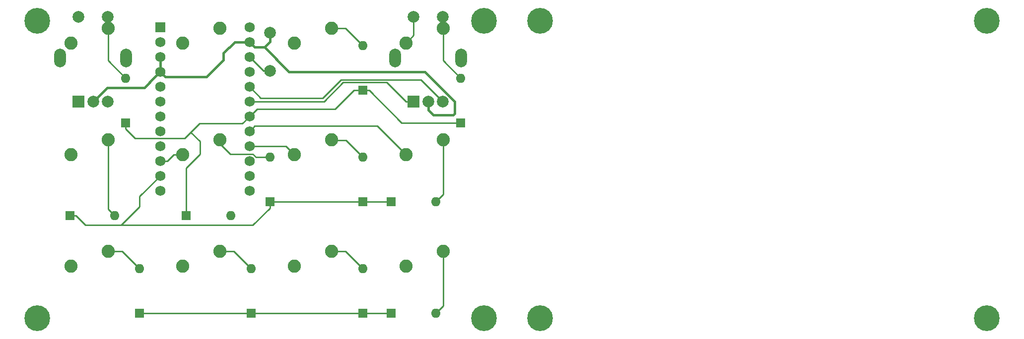
<source format=gbr>
G04 #@! TF.GenerationSoftware,KiCad,Pcbnew,(5.1.4)-1*
G04 #@! TF.CreationDate,2021-01-23T00:36:45-05:00*
G04 #@! TF.ProjectId,macropad,6d616372-6f70-4616-942e-6b696361645f,rev?*
G04 #@! TF.SameCoordinates,Original*
G04 #@! TF.FileFunction,Copper,L2,Bot*
G04 #@! TF.FilePolarity,Positive*
%FSLAX46Y46*%
G04 Gerber Fmt 4.6, Leading zero omitted, Abs format (unit mm)*
G04 Created by KiCad (PCBNEW (5.1.4)-1) date 2021-01-23 00:36:45*
%MOMM*%
%LPD*%
G04 APERTURE LIST*
%ADD10R,2.000000X2.000000*%
%ADD11C,2.000000*%
%ADD12O,2.000000X3.200000*%
%ADD13C,2.250000*%
%ADD14C,4.400000*%
%ADD15R,1.752600X1.752600*%
%ADD16C,1.752600*%
%ADD17O,1.600000X1.600000*%
%ADD18R,1.600000X1.600000*%
%ADD19C,0.254000*%
%ADD20C,0.250000*%
%ADD21C,0.381000*%
G04 APERTURE END LIST*
D10*
X172918750Y-71000000D03*
D11*
X175418750Y-71000000D03*
X177918750Y-71000000D03*
D12*
X169818750Y-63500000D03*
X181018750Y-63500000D03*
D11*
X172918750Y-56500000D03*
X177918750Y-56500000D03*
D10*
X115768750Y-71000000D03*
D11*
X118268750Y-71000000D03*
X120768750Y-71000000D03*
D12*
X112668750Y-63500000D03*
X123868750Y-63500000D03*
D11*
X115768750Y-56500000D03*
X120768750Y-56500000D03*
D13*
X177958750Y-96520000D03*
X171608750Y-99060000D03*
X177958750Y-77470000D03*
X171608750Y-80010000D03*
X177958750Y-58420000D03*
X171608750Y-60960000D03*
X158908750Y-96520000D03*
X152558750Y-99060000D03*
X158908750Y-77470000D03*
X152558750Y-80010000D03*
X158908750Y-58420000D03*
X152558750Y-60960000D03*
X139858750Y-96520000D03*
X133508750Y-99060000D03*
X139858750Y-77470000D03*
X133508750Y-80010000D03*
X139858750Y-58420000D03*
X133508750Y-60960000D03*
X120808750Y-96520000D03*
X114458750Y-99060000D03*
X120808750Y-77470000D03*
X114458750Y-80010000D03*
X120808750Y-58420000D03*
X114458750Y-60960000D03*
D14*
X270668750Y-107950000D03*
X194468750Y-107950000D03*
X270668750Y-57150000D03*
X194468750Y-57150000D03*
D11*
X148463000Y-65734000D03*
X148463000Y-59234000D03*
D15*
X129698750Y-58261250D03*
D16*
X129698750Y-60801250D03*
X129698750Y-63341250D03*
X129698750Y-65881250D03*
X129698750Y-68421250D03*
X129698750Y-70961250D03*
X129698750Y-73501250D03*
X129698750Y-76041250D03*
X129698750Y-78581250D03*
X129698750Y-81121250D03*
X129698750Y-83661250D03*
X144938750Y-86201250D03*
X144938750Y-83661250D03*
X144938750Y-81121250D03*
X144938750Y-78581250D03*
X144938750Y-76041250D03*
X144938750Y-73501250D03*
X144938750Y-70961250D03*
X144938750Y-68421250D03*
X144938750Y-65881250D03*
X144938750Y-63341250D03*
X144938750Y-60801250D03*
X129698750Y-86201250D03*
X144938750Y-58261250D03*
D14*
X184943750Y-107950000D03*
X108743750Y-107950000D03*
X184943750Y-57150000D03*
X108743750Y-57150000D03*
D17*
X176688750Y-107156250D03*
D18*
X169068750Y-107156250D03*
D17*
X176688750Y-88106250D03*
D18*
X169068750Y-88106250D03*
D17*
X180975000Y-66992500D03*
D18*
X180975000Y-74612500D03*
D17*
X164306250Y-99536250D03*
D18*
X164306250Y-107156250D03*
D17*
X164306250Y-80486250D03*
D18*
X164306250Y-88106250D03*
D17*
X164306250Y-61436250D03*
D18*
X164306250Y-69056250D03*
D17*
X145256250Y-99536250D03*
D18*
X145256250Y-107156250D03*
D17*
X148431250Y-80486250D03*
D18*
X148431250Y-88106250D03*
D17*
X141763750Y-90487500D03*
D18*
X134143750Y-90487500D03*
D17*
X126206250Y-99536250D03*
D18*
X126206250Y-107156250D03*
D17*
X121920000Y-90487500D03*
D18*
X114300000Y-90487500D03*
D17*
X123825000Y-66992500D03*
D18*
X123825000Y-74612500D03*
D19*
X120768750Y-58380000D02*
X120808750Y-58420000D01*
X120768750Y-56500000D02*
X120768750Y-58380000D01*
X120808750Y-63976250D02*
X120808750Y-58420000D01*
X123825000Y-66992500D02*
X120808750Y-63976250D01*
X170916500Y-74612500D02*
X179921000Y-74612500D01*
X165360250Y-69056250D02*
X170916500Y-74612500D01*
X164306250Y-69056250D02*
X165360250Y-69056250D01*
D20*
X179921000Y-74612500D02*
X180975000Y-74612500D01*
D19*
X133892949Y-77244551D02*
X134937500Y-76200000D01*
X125403051Y-77244551D02*
X133892949Y-77244551D01*
X123825000Y-75666500D02*
X125403051Y-77244551D01*
X123825000Y-74612500D02*
X123825000Y-75666500D01*
X136525000Y-77787500D02*
X134937500Y-76200000D01*
X136525000Y-79908816D02*
X136525000Y-77787500D01*
X134143750Y-90487500D02*
X134143750Y-82290066D01*
X134143750Y-82290066D02*
X136525000Y-79908816D01*
X136432949Y-74704551D02*
X134937500Y-76200000D01*
X143735449Y-74704551D02*
X136432949Y-74704551D01*
D20*
X143735449Y-74704551D02*
X144938750Y-73501250D01*
D19*
X162718750Y-69056250D02*
X164306250Y-69056250D01*
X159543750Y-72231250D02*
X162718750Y-69056250D01*
X144938750Y-73501250D02*
X146208750Y-72231250D01*
X146208750Y-72231250D02*
X159543750Y-72231250D01*
X120808750Y-89376250D02*
X121920000Y-90487500D01*
X120808750Y-77470000D02*
X120808750Y-89376250D01*
X149485250Y-88106250D02*
X164306250Y-88106250D01*
X148431250Y-88106250D02*
X149485250Y-88106250D01*
X115354000Y-90487500D02*
X114300000Y-90487500D01*
X116941500Y-92075000D02*
X115354000Y-90487500D01*
X148431250Y-88106250D02*
X148431250Y-89160250D01*
X148431250Y-89160250D02*
X145516500Y-92075000D01*
D20*
X126206250Y-88900000D02*
X123031250Y-92075000D01*
X126206250Y-87153750D02*
X126206250Y-88900000D01*
X129698750Y-83661250D02*
X126206250Y-87153750D01*
D19*
X145516500Y-92075000D02*
X123031250Y-92075000D01*
X123031250Y-92075000D02*
X116941500Y-92075000D01*
X169068750Y-88106250D02*
X164306250Y-88106250D01*
D20*
X123190000Y-96520000D02*
X126206250Y-99536250D01*
X120808750Y-96520000D02*
X123190000Y-96520000D01*
D19*
X145256250Y-107156250D02*
X164306250Y-107156250D01*
X126206250Y-107156250D02*
X145256250Y-107156250D01*
X164306250Y-107156250D02*
X169068750Y-107156250D01*
X141686699Y-79917949D02*
X139818750Y-78050000D01*
X145516335Y-79917949D02*
X141686699Y-79917949D01*
X146084636Y-80486250D02*
X145516335Y-79917949D01*
X148431250Y-80486250D02*
X146084636Y-80486250D01*
D20*
X142240000Y-96520000D02*
X145256250Y-99536250D01*
X139858750Y-96520000D02*
X142240000Y-96520000D01*
D19*
X161290000Y-58420000D02*
X164306250Y-61436250D01*
X158908750Y-58420000D02*
X161290000Y-58420000D01*
D20*
X161417000Y-77597000D02*
X164306250Y-80486250D01*
X158868750Y-78050000D02*
X159321750Y-77597000D01*
X159321750Y-77597000D02*
X161417000Y-77597000D01*
X161290000Y-96520000D02*
X164306250Y-99536250D01*
X158908750Y-96520000D02*
X161290000Y-96520000D01*
D19*
X177958750Y-56540000D02*
X177918750Y-56500000D01*
X177958750Y-58420000D02*
X177958750Y-56540000D01*
X177958750Y-63976250D02*
X180975000Y-66992500D01*
X177958750Y-58420000D02*
X177958750Y-63976250D01*
X178276250Y-77787500D02*
X177958750Y-77470000D01*
X177958750Y-86836250D02*
X177958750Y-77470000D01*
X176688750Y-88106250D02*
X177958750Y-86836250D01*
X177958750Y-105886250D02*
X176688750Y-107156250D01*
X177958750Y-96520000D02*
X177958750Y-105886250D01*
D20*
X132049275Y-80010000D02*
X133508750Y-80010000D01*
X130938025Y-81121250D02*
X132049275Y-80010000D01*
X129698750Y-81121250D02*
X130938025Y-81121250D01*
D19*
X151130000Y-78581250D02*
X152558750Y-80010000D01*
X144938750Y-78581250D02*
X151130000Y-78581250D01*
X166763701Y-75164951D02*
X171608750Y-80010000D01*
X145815049Y-75164951D02*
X166763701Y-75164951D01*
X144938750Y-76041250D02*
X145815049Y-75164951D01*
X172918750Y-59650000D02*
X172918750Y-56500000D01*
X171608750Y-60960000D02*
X172918750Y-59650000D01*
D21*
X144938750Y-60801250D02*
X145815049Y-61677549D01*
X146284951Y-61677549D02*
X147491451Y-61677549D01*
X145815049Y-61677549D02*
X146284951Y-61677549D01*
X130575049Y-66757549D02*
X129698750Y-65881250D01*
X137590115Y-66757549D02*
X130575049Y-66757549D01*
X140493750Y-63853914D02*
X137590115Y-66757549D01*
X140493750Y-62709401D02*
X140493750Y-63853914D01*
X144938750Y-60801250D02*
X142401901Y-60801250D01*
X142401901Y-60801250D02*
X140493750Y-62709401D01*
X129698750Y-65881250D02*
X129698750Y-63341250D01*
X175418750Y-72414213D02*
X176283537Y-73279000D01*
X175418750Y-71000000D02*
X175418750Y-72414213D01*
X176283537Y-73279000D02*
X179705000Y-73279000D01*
X179705000Y-73279000D02*
X179959000Y-73025000D01*
X151698303Y-65884401D02*
X147491451Y-61677549D01*
X174861093Y-65884401D02*
X151698303Y-65884401D01*
X179959000Y-70982308D02*
X174861093Y-65884401D01*
X179959000Y-73025000D02*
X179959000Y-70982308D01*
X148463000Y-60706000D02*
X148463000Y-59234000D01*
X147491451Y-61677549D02*
X148463000Y-60706000D01*
X128822451Y-66757549D02*
X129698750Y-65881250D01*
X127000000Y-68580000D02*
X128822451Y-66757549D01*
X118268750Y-71000000D02*
X120688750Y-68580000D01*
X120688750Y-68580000D02*
X127000000Y-68580000D01*
D20*
X147331500Y-65734000D02*
X148463000Y-65734000D01*
X144938750Y-63341250D02*
X147331500Y-65734000D01*
X144938750Y-70961250D02*
X157638750Y-70961250D01*
D19*
X168355750Y-67691000D02*
X171664750Y-71000000D01*
X171664750Y-71000000D02*
X172918750Y-71000000D01*
X157638750Y-70961250D02*
X160909000Y-67691000D01*
X160909000Y-67691000D02*
X168355750Y-67691000D01*
D20*
X157448250Y-70358000D02*
X159385000Y-68421250D01*
X144938750Y-68421250D02*
X146875500Y-70358000D01*
X146875500Y-70358000D02*
X157448250Y-70358000D01*
D19*
X174155739Y-67236989D02*
X176918751Y-70000001D01*
X176918751Y-70000001D02*
X177918750Y-71000000D01*
X160569261Y-67236989D02*
X174155739Y-67236989D01*
X159385000Y-68421250D02*
X160569261Y-67236989D01*
M02*

</source>
